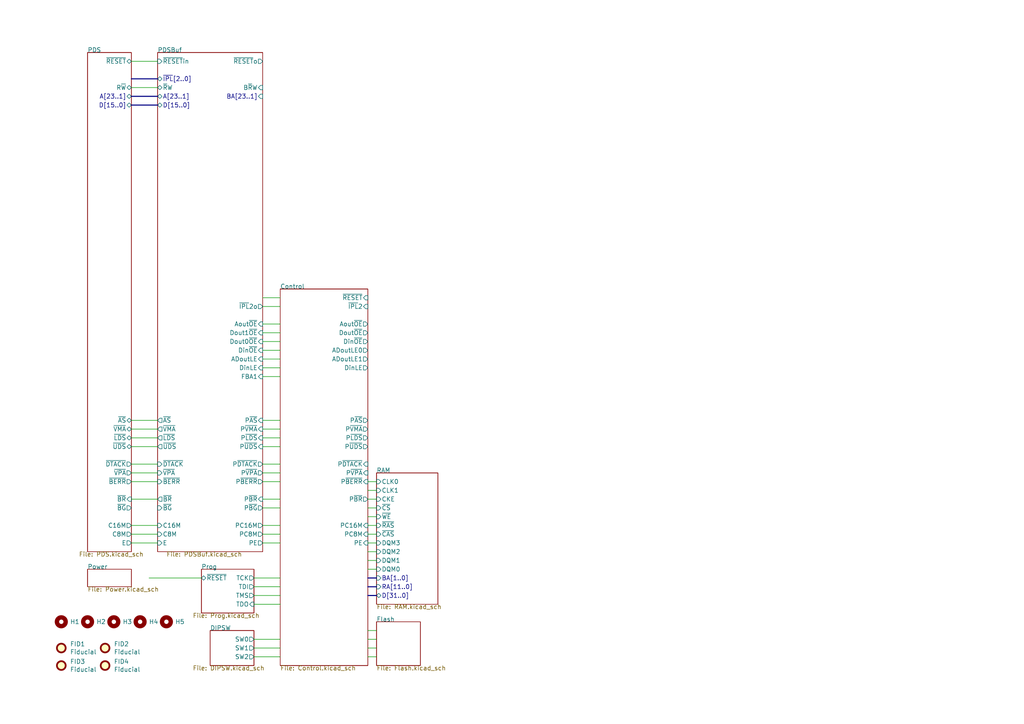
<source format=kicad_sch>
(kicad_sch (version 20211123) (generator eeschema)
  (paper "A4")
  (lib_symbols
    (symbol "Mechanical:Fiducial"
      (property "Reference" "FID" (at 0 5.08 0))
      (property "Value" "Fiducial" (at 0 3.175 0))
      (symbol "Fiducial_0_1"
        (circle (center 0 0) (radius 1.27) (stroke (width 0.508)) (fill (type background)))
      )
    )
    (symbol "Mechanical:MountingHole" (pin_names (offset 1.016))
      (property "Reference" "H" (at 0 5.08 0))
      (property "Value" "MountingHole" (at 0 3.175 0))
      (symbol "MountingHole_0_1"
        (circle (center 0 0) (radius 1.27) (stroke (width 1.27)))
      )
    )
  )
  (wire (pts (xy 109.22 142.24) (xy 106.68 142.24)))
  (wire (pts (xy 76.2 147.32) (xy 81.28 147.32)))
  (wire (pts (xy 76.2 124.46) (xy 81.28 124.46)))
  (wire (pts (xy 109.22 147.32) (xy 106.68 147.32)))
  (wire (pts (xy 38.1 124.46) (xy 45.72 124.46)))
  (bus (pts (xy 38.1 22.86) (xy 45.72 22.86)))
  (wire (pts (xy 76.2 86.36) (xy 81.28 86.36)))
  (wire (pts (xy 76.2 144.78) (xy 81.28 144.78)))
  (wire (pts (xy 38.1 129.54) (xy 45.72 129.54)))
  (wire (pts (xy 109.22 139.7) (xy 106.68 139.7)))
  (wire (pts (xy 76.2 137.16) (xy 81.28 137.16)))
  (wire (pts (xy 109.22 160.02) (xy 106.68 160.02)))
  (wire (pts (xy 76.2 157.48) (xy 81.28 157.48)))
  (wire (pts (xy 76.2 88.9) (xy 81.28 88.9)))
  (wire (pts (xy 73.66 172.72) (xy 81.3296 172.72)))
  (wire (pts (xy 73.66 167.64) (xy 81.28 167.64)))
  (wire (pts (xy 38.1 134.62) (xy 45.72 134.62)))
  (bus (pts (xy 106.68 172.72) (xy 109.22 172.72)))
  (wire (pts (xy 76.2 106.68) (xy 81.28 106.68)))
  (wire (pts (xy 38.1 137.16) (xy 45.72 137.16)))
  (bus (pts (xy 106.68 170.18) (xy 109.22 170.18)))
  (wire (pts (xy 76.2 104.14) (xy 81.28 104.14)))
  (wire (pts (xy 109.22 144.78) (xy 106.68 144.78)))
  (wire (pts (xy 43.2296 167.64) (xy 58.42 167.64)))
  (wire (pts (xy 76.2 96.52) (xy 81.28 96.52)))
  (wire (pts (xy 38.1 127) (xy 45.72 127)))
  (wire (pts (xy 38.1 121.92) (xy 45.72 121.92)))
  (wire (pts (xy 106.68 187.96) (xy 109.22 187.96)))
  (wire (pts (xy 76.2 134.62) (xy 81.28 134.62)))
  (wire (pts (xy 73.66 187.96) (xy 81.28 187.96)))
  (wire (pts (xy 38.1 144.78) (xy 45.72 144.78)))
  (wire (pts (xy 38.1 157.48) (xy 45.72 157.48)))
  (wire (pts (xy 106.68 152.4) (xy 109.22 152.4)))
  (bus (pts (xy 38.1 30.48) (xy 45.72 30.48)))
  (wire (pts (xy 76.2 129.54) (xy 81.28 129.54)))
  (wire (pts (xy 76.2 99.06) (xy 81.28 99.06)))
  (wire (pts (xy 73.66 190.5) (xy 81.28 190.5)))
  (wire (pts (xy 76.2 154.94) (xy 81.28 154.94)))
  (wire (pts (xy 76.2 109.22) (xy 81.28 109.22)))
  (wire (pts (xy 38.1 152.4) (xy 45.72 152.4)))
  (wire (pts (xy 76.2 139.7) (xy 81.28 139.7)))
  (wire (pts (xy 38.1 154.94) (xy 45.72 154.94)))
  (wire (pts (xy 76.2 152.4) (xy 81.28 152.4)))
  (wire (pts (xy 106.68 190.5) (xy 109.22 190.5)))
  (bus (pts (xy 38.1 27.94) (xy 45.72 27.94)))
  (wire (pts (xy 76.2 127) (xy 81.28 127)))
  (wire (pts (xy 76.2 101.6) (xy 81.28 101.6)))
  (wire (pts (xy 38.1 25.4) (xy 45.72 25.4)))
  (wire (pts (xy 109.22 157.48) (xy 106.68 157.48)))
  (wire (pts (xy 73.66 185.42) (xy 81.28 185.42)))
  (wire (pts (xy 106.68 149.86) (xy 109.22 149.86)))
  (wire (pts (xy 106.68 185.42) (xy 109.22 185.42)))
  (wire (pts (xy 109.22 154.94) (xy 106.68 154.94)))
  (wire (pts (xy 73.66 175.26) (xy 81.3296 175.26)))
  (bus (pts (xy 106.68 167.64) (xy 109.22 167.64)))
  (wire (pts (xy 76.2 93.98) (xy 81.28 93.98)))
  (wire (pts (xy 76.2 121.92) (xy 81.28 121.92)))
  (wire (pts (xy 73.66 170.18) (xy 81.28 170.18)))
  (wire (pts (xy 38.1 17.78) (xy 45.72 17.78)))
  (wire (pts (xy 106.68 182.88) (xy 109.22 182.88)))
  (wire (pts (xy 106.68 162.56) (xy 109.22 162.56)))
  (wire (pts (xy 38.1 139.7) (xy 45.72 139.7)))
  (wire (pts (xy 106.68 165.1) (xy 109.22 165.1)))
  (symbol (lib_id "Mechanical:MountingHole") (at 48.26 180.34 0) (unit 1)
    (property "Reference" "H5" (at 50.8 180.34 0) (effects (justify left)))
    (property "Value" " " (at 50.8 181.356 0) (effects (justify left)))
    (property "Footprint" "stdpads:PasteHole_1.152mm_NPTH" (effects hide))
  )
  (symbol (lib_id "Mechanical:Fiducial") (at 17.78 187.96 0) (unit 1)
    (property "Reference" "FID1" (at 20.32 186.7916 0) (effects (justify left)))
    (property "Value" "Fiducial" (at 20.32 189.103 0) (effects (justify left)))
    (property "Footprint" "stdpads:Fiducial" (effects hide))
  )
  (symbol (lib_id "Mechanical:Fiducial") (at 30.48 187.96 0) (unit 1)
    (property "Reference" "FID2" (at 33.02 186.7916 0) (effects (justify left)))
    (property "Value" "Fiducial" (at 33.02 189.103 0) (effects (justify left)))
    (property "Footprint" "stdpads:Fiducial" (effects hide))
  )
  (symbol (lib_id "Mechanical:Fiducial") (at 17.78 193.04 0) (unit 1)
    (property "Reference" "FID3" (at 20.32 191.8716 0) (effects (justify left)))
    (property "Value" "Fiducial" (at 20.32 194.183 0) (effects (justify left)))
    (property "Footprint" "stdpads:Fiducial" (effects hide))
  )
  (symbol (lib_id "Mechanical:Fiducial") (at 30.48 193.04 0) (unit 1)
    (property "Reference" "FID4" (at 33.02 191.8716 0) (effects (justify left)))
    (property "Value" "Fiducial" (at 33.02 194.183 0) (effects (justify left)))
    (property "Footprint" "stdpads:Fiducial" (effects hide))
  )
  (symbol (lib_id "Mechanical:MountingHole") (at 17.78 180.34 0) (unit 1)
    (property "Reference" "H1" (at 20.32 180.34 0) (effects (justify left)))
    (property "Value" " " (at 20.32 181.356 0) (effects (justify left)))
    (property "Footprint" "stdpads:PasteHole_1.152mm_NPTH" (effects hide))
  )
  (symbol (lib_id "Mechanical:MountingHole") (at 25.4 180.34 0) (unit 1)
    (property "Reference" "H2" (at 27.94 180.34 0) (effects (justify left)))
    (property "Value" " " (at 27.94 181.356 0) (effects (justify left)))
    (property "Footprint" "stdpads:PasteHole_1.152mm_NPTH" (effects hide))
  )
  (symbol (lib_id "Mechanical:MountingHole") (at 33.02 180.34 0) (unit 1)
    (property "Reference" "H3" (at 35.56 180.34 0) (effects (justify left)))
    (property "Value" " " (at 35.56 181.356 0) (effects (justify left)))
    (property "Footprint" "stdpads:PasteHole_1.152mm_NPTH" (effects hide))
  )
  (symbol (lib_id "Mechanical:MountingHole") (at 40.64 180.34 0) (unit 1)
    (property "Reference" "H4" (at 43.18 180.34 0) (effects (justify left)))
    (property "Value" " " (at 43.18 181.356 0) (effects (justify left)))
    (property "Footprint" "stdpads:PasteHole_1.152mm_NPTH" (effects hide))
  )
  (sheet (at 25.4 15.24) (size 12.7 144.78)
    (property "Sheet name" "PDS" (at 25.4 15.24 0) (effects (justify left bottom)))
    (property "Sheet file" "PDS.kicad_sch" (at 22.86 160.02 0) (effects (justify left top)))
    (pin "A[23..1]" bidirectional (at 38.1 27.94 0))
    (pin "D[15..0]" bidirectional (at 38.1 30.48 0))
    (pin "~{AS}" bidirectional (at 38.1 121.92 0))
    (pin "~{LDS}" bidirectional (at 38.1 127 0))
    (pin "~{UDS}" bidirectional (at 38.1 129.54 0))
    (pin "R~{W}" bidirectional (at 38.1 25.4 0))
    (pin "~{VMA}" bidirectional (at 38.1 124.46 0))
    (pin "~{VPA}" output (at 38.1 137.16 0))
    (pin "~{DTACK}" output (at 38.1 134.62 0))
    (pin "~{RESET}" bidirectional (at 38.1 17.78 0))
    (pin "~{BERR}" output (at 38.1 139.7 0))
    (pin "E" output (at 38.1 157.48 0))
    (pin "C8M" output (at 38.1 154.94 0))
    (pin "C16M" output (at 38.1 152.4 0))
    (pin "~{BR}" input (at 38.1 144.78 0))
    (pin "~{BG}" output (at 38.1 147.32 0))
  )
  (sheet (at 81.28 83.82) (size 25.4 109.22)
    (property "Sheet name" "Control" (at 81.28 83.82 0) (effects (justify left bottom)))
    (property "Sheet file" "Control.kicad_sch" (at 81.28 193.04 0) (effects (justify left top)))
    (pin "~{RESET}" input (at 106.68 86.36 0))
    (pin "P~{AS}" output (at 106.68 121.92 0))
    (pin "P~{VMA}" output (at 106.68 124.46 0))
    (pin "P~{DTACK}" input (at 106.68 134.62 0))
    (pin "P~{VPA}" input (at 106.68 137.16 0))
    (pin "P~{BERR}" input (at 106.68 139.7 0))
    (pin "PE" input (at 106.68 157.48 0))
    (pin "PC8M" input (at 106.68 154.94 0))
    (pin "PC16M" input (at 106.68 152.4 0))
    (pin "P~{UDS}" output (at 106.68 129.54 0))
    (pin "P~{LDS}" output (at 106.68 127 0))
    (pin "DinLE" output (at 106.68 106.68 0))
    (pin "Dout~{OE}" output (at 106.68 96.52 0))
    (pin "Aout~{OE}" output (at 106.68 93.98 0))
    (pin "Din~{OE}" output (at 106.68 99.06 0))
    (pin "ADoutLE0" output (at 106.68 101.6 0))
    (pin "ADoutLE1" output (at 106.68 104.14 0))
    (pin "P~{BR}" output (at 106.68 144.78 0))
    (pin "~{IPL}2" input (at 106.68 88.9 0))
  )
  (sheet (at 109.22 137.16) (size 17.78 38.1)
    (property "Sheet name" "RAM" (at 109.22 137.16 0) (effects (justify left bottom)))
    (property "Sheet file" "RAM.kicad_sch" (at 109.22 175.26 0) (effects (justify left top)))
    (pin "~{RAS}" input (at 109.22 152.4 180))
    (pin "D[31..0]" bidirectional (at 109.22 172.72 180))
    (pin "~{CAS}" input (at 109.22 154.94 180))
    (pin "RA[11..0]" input (at 109.22 170.18 180))
    (pin "~{WE}" input (at 109.22 149.86 180))
    (pin "CKE" input (at 109.22 144.78 180))
    (pin "CLK0" input (at 109.22 139.7 180))
    (pin "BA[1..0]" input (at 109.22 167.64 180))
    (pin "DQM2" input (at 109.22 160.02 180))
    (pin "DQM3" input (at 109.22 157.48 180))
    (pin "DQM1" input (at 109.22 162.56 180))
    (pin "DQM0" input (at 109.22 165.1 180))
    (pin "~{CS}" input (at 109.22 147.32 180))
    (pin "CLK1" input (at 109.22 142.24 180))
  )
  (sheet (at 45.72 15.24) (size 30.48 144.78)
    (property "Sheet name" "PDSBuf" (at 45.72 15.24 0) (effects (justify left bottom)))
    (property "Sheet file" "PDSBuf.kicad_sch" (at 48.26 160.02 0) (effects (justify left top)))
    (pin "BA[23..1]" input (at 76.2 27.94 0))
    (pin "A[23..1]" bidirectional (at 45.72 27.94 180))
    (pin "D[15..0]" bidirectional (at 45.72 30.48 180))
    (pin "Din~{OE}" input (at 76.2 101.6 0))
    (pin "DinLE" input (at 76.2 106.68 0))
    (pin "Aout~{OE}" input (at 76.2 93.98 0))
    (pin "~{R}W" tri_state (at 45.72 25.4 180))
    (pin "B~{R}W" input (at 76.2 25.4 0))
    (pin "P~{VMA}" input (at 76.2 124.46 0))
    (pin "P~{AS}" input (at 76.2 121.92 0))
    (pin "P~{DTACK}" output (at 76.2 134.62 0))
    (pin "P~{LDS}" input (at 76.2 127 0))
    (pin "P~{BERR}" output (at 76.2 139.7 0))
    (pin "P~{UDS}" input (at 76.2 129.54 0))
    (pin "P~{VPA}" output (at 76.2 137.16 0))
    (pin "~{BR}" output (at 45.72 144.78 180))
    (pin "~{RESET}in" input (at 45.72 17.78 180))
    (pin "P~{BR}" input (at 76.2 144.78 0))
    (pin "~{VMA}" output (at 45.72 124.46 180))
    (pin "~{DTACK}" input (at 45.72 134.62 180))
    (pin "~{BERR}" input (at 45.72 139.7 180))
    (pin "~{VPA}" input (at 45.72 137.16 180))
    (pin "~{AS}" output (at 45.72 121.92 180))
    (pin "~{LDS}" output (at 45.72 127 180))
    (pin "~{UDS}" output (at 45.72 129.54 180))
    (pin "PC8M" output (at 76.2 154.94 0))
    (pin "PE" output (at 76.2 157.48 0))
    (pin "PC16M" output (at 76.2 152.4 0))
    (pin "C8M" input (at 45.72 154.94 180))
    (pin "E" input (at 45.72 157.48 180))
    (pin "C16M" input (at 45.72 152.4 180))
    (pin "ADoutLE" input (at 76.2 104.14 0))
    (pin "FBA1" input (at 76.2 109.22 0))
    (pin "~{IPL}[2..0]" bidirectional (at 45.72 22.86 180))
    (pin "Dout0~{OE}" input (at 76.2 99.06 0))
    (pin "Dout1~{OE}" input (at 76.2 96.52 0))
    (pin "P~{BG}" output (at 76.2 147.32 0))
    (pin "~{BG}" input (at 45.72 147.32 180))
    (pin "~{IPL}2o" output (at 76.2 88.9 0))
    (pin "~{RESET}o" output (at 76.2 17.78 0))
  )
  (sheet (at 60.96 182.88) (size 12.7 10.16)
    (property "Sheet name" "DIPSW" (at 60.96 182.88 0) (effects (justify left bottom)))
    (property "Sheet file" "DIPSW.kicad_sch" (at 55.88 193.04 0) (effects (justify left top)))
    (pin "SW0" output (at 73.66 185.42 0))
    (pin "SW1" output (at 73.66 187.96 0))
    (pin "SW2" output (at 73.66 190.5 0))
  )
  (sheet (at 58.42 165.1) (size 15.24 12.7)
    (property "Sheet name" "Prog" (at 58.42 165.1 0) (effects (justify left bottom)))
    (property "Sheet file" "Prog.kicad_sch" (at 55.88 177.8 0) (effects (justify left top)))
    (pin "TCK" output (at 73.66 167.64 0))
    (pin "TDI" output (at 73.66 170.18 0))
    (pin "TMS" output (at 73.66 172.72 0))
    (pin "TDO" input (at 73.66 175.26 0))
    (pin "~{RESET}" tri_state (at 58.42 167.64 180))
  )
  (sheet (at 25.4 165.1) (size 12.7 5.08)
    (property "Sheet name" "Power" (at 25.4 165.1 0) (effects (justify left bottom)))
    (property "Sheet file" "Power.kicad_sch" (at 25.4 170.18 0) (effects (justify left top)))
  )
  (sheet (at 109.22 180.34) (size 12.7 12.7) (stroke (width 0.1524))
    (property "Sheet name" "Flash" (at 109.22 180.34 0) (effects (justify left bottom)))
    (property "Sheet file" "Flash.kicad_sch" (at 109.22 193.04 0) (effects (justify left top)))
  )
)
</source>
